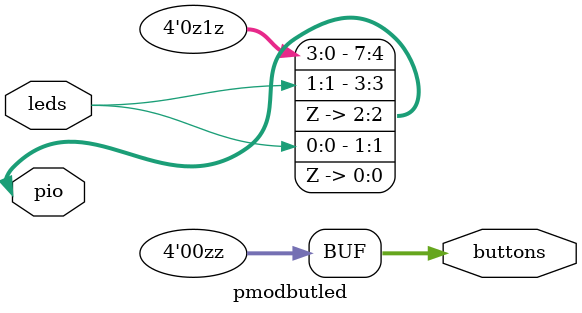
<source format=v>
/*
IMPORTANT:
Must place the Papilio wingbutled only on the rightmost PMOD PIO pins,
ie: avoid all 3.3V/GND pins!
Pmod    Wing    Out     In
PIO_08  GND     0
PIO_07  2V5     z
PIO_06  3V3     1
PIO_05  5V      z
PIO_04  LED4    leds[1]
PIO_03  PB4     z       buttons[1]
PIO_02  LED3    leds[0]
PIO_01  PB3     z       buttons[0]
*/
module pmodbutled (
    inout [8:1] pio,
    output [3:0] buttons,
    input [3:0] leds
);
    // Assign leds values to specific io pins
    assign pio[4] = leds[1];
    assign pio[2] = leds[0];

    assign pio[8] = 1'b0;       // GND
    assign pio[6] = 1'b1;       // 3V3

    // Set specific io pins to high impedance (Z)
    assign pio[7] = 1'bz;       // 2V5
    assign pio[5] = 1'bz;       // 5V
    assign pio[3] = 1'bz;
    assign pio[1] = 1'bz;

    // Assign io pin values to button outputs
    assign buttons[3] = 1'b0;
    assign buttons[2] = 1'b0;
    assign buttons[1] = pio[3];
    assign buttons[0] = pio[1];
endmodule


</source>
